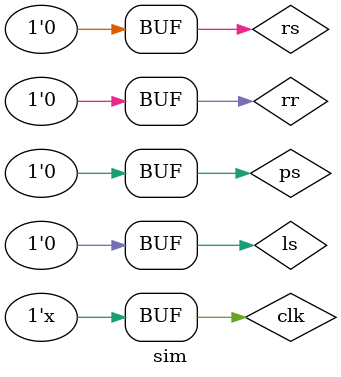
<source format=v>
`timescale 1ns / 1ps


module sim();
    reg clk,ps,rs,ls,rr;
    wire pl,ll,rl;
    Traffic_Control tc(
        .clk(clk),
        .ps(ps),
        .rs(rs),
        .ls(ls),
        .rr(rr),
        .pl(pl),
        .ll(ll),
        .rl(rl)
    );
    initial begin
        clk = 1'b0;
    end          
    always begin
        #10 clk = ~clk;
    end
    always begin
        //µ¥ºÏ³Ë
        ps = 1'b1;
        rs = 1'b0;
        ls = 1'b0;
        rr = 1'b0;
        #20; //Delay Time
        //ÊäÈëÈ«Ñ¡
        ps = 1'b1;
        rs = 1'b1;
        ls = 1'b1;
        rr = 1'b1;
        #20; //Delay Time
        //µ¥ÓÒ³µµÀ
        ps = 1'b0;
        rs = 1'b1;
        ls = 1'b0;
        rr = 1'b0;
        #20; //Delay Time
        //µ¥×ó³µµÀ
        ps = 1'b0;
        rs = 1'b0;
        ls = 1'b1;
        rr = 1'b0;
        #20; //Delay Time
        //×óÓÒ³µµÀÓëÓÐÑ­»·
        ps = 1'b0;
        rs = 1'b1;
        ls = 1'b1;
        rr = 1'b1;
        #20; //Delay Time
        //×óÓÒ³µµÀÓëÎÞÑ­»·
        ps = 1'b0;
        rs = 1'b1;
        ls = 1'b1;
        rr = 1'b0;
        #20; //Delay Time
        //È«²»Ñ¡
        ps = 1'b0;
        rs = 1'b0;
        ls = 1'b0;
        rr = 1'b0;
        #20; //Delay Time
    end
endmodule

</source>
